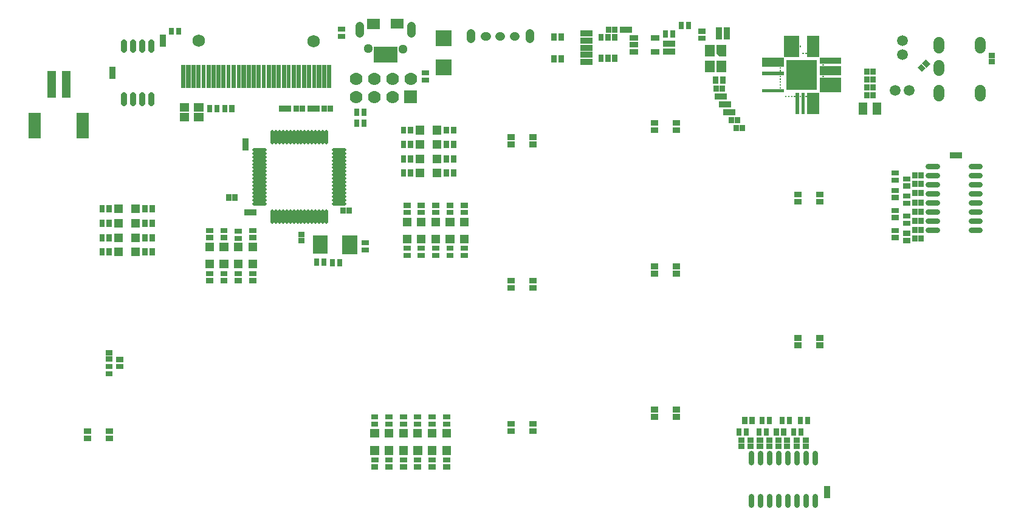
<source format=gbs>
G04 Layer: BottomSolderMaskLayer*
G04 EasyEDA v6.3.30, 2020-03-21T18:53:40+08:00*
G04 c5f63f6c624d440bb2292f988f7b391a,d4aa0ff59f9544bb86dfcbd96f28fb4a,05*
G04 Gerber Generator version 0.2*
G04 Scale: 100 percent, Rotated: No, Reflected: No *
G04 Dimensions in millimeters *
G04 leading zeros omitted , absolute positions ,3 integer and 3 decimal *
%FSLAX33Y33*%
%MOMM*%
G90*
G71D02*

%ADD64C,1.203198*%
%ADD66C,1.503197*%
%ADD67C,1.727200*%
%ADD71C,1.778000*%
%ADD72C,1.295400*%
%ADD73C,0.803199*%
%ADD74C,0.853211*%
%ADD75C,0.483210*%
%ADD78R,1.003198X0.703199*%
%ADD81R,2.103196X2.603195*%
%ADD87R,1.203198X1.203198*%
%ADD91R,0.603199X3.203194*%

%LPD*%
G54D64*
G01X78098Y75600D02*
G01X77899Y75600D01*
G01X76099Y75600D02*
G01X75900Y75600D01*
G01X74100Y75600D02*
G01X73901Y75600D01*
G01X71900Y75200D02*
G01X71900Y76000D01*
G01X80099Y75200D02*
G01X80099Y76000D01*
G01X63640Y76014D02*
G01X63640Y77014D01*
G01X56401Y76014D02*
G01X56401Y77014D01*
G54D73*
G01X141571Y57444D02*
G01X142771Y57444D01*
G01X141571Y56174D02*
G01X142771Y56174D01*
G01X141571Y54904D02*
G01X142771Y54904D01*
G01X141571Y53634D02*
G01X142771Y53634D01*
G01X141571Y52364D02*
G01X142771Y52364D01*
G01X141571Y51094D02*
G01X142771Y51094D01*
G01X141571Y49824D02*
G01X142771Y49824D01*
G01X141571Y48554D02*
G01X142771Y48554D01*
G01X135628Y57444D02*
G01X136828Y57444D01*
G01X135628Y56174D02*
G01X136828Y56174D01*
G01X135628Y54904D02*
G01X136828Y54904D01*
G01X135628Y53634D02*
G01X136828Y53634D01*
G01X135628Y52364D02*
G01X136828Y52364D01*
G01X135628Y51094D02*
G01X136828Y51094D01*
G01X135628Y49824D02*
G01X136828Y49824D01*
G01X135628Y48554D02*
G01X136828Y48554D01*
G01X119817Y11427D02*
G01X119817Y10227D01*
G01X118547Y11427D02*
G01X118547Y10227D01*
G01X117277Y11427D02*
G01X117277Y10227D01*
G01X116007Y11427D02*
G01X116007Y10227D01*
G01X114737Y11427D02*
G01X114737Y10227D01*
G01X113467Y11427D02*
G01X113467Y10227D01*
G01X112197Y11427D02*
G01X112197Y10227D01*
G01X110927Y11427D02*
G01X110927Y10227D01*
G01X119817Y17370D02*
G01X119817Y16170D01*
G01X118547Y17370D02*
G01X118547Y16170D01*
G01X117277Y17370D02*
G01X117277Y16170D01*
G01X116007Y17370D02*
G01X116007Y16170D01*
G01X114737Y17370D02*
G01X114737Y16170D01*
G01X113467Y17370D02*
G01X113467Y16170D01*
G01X112197Y17370D02*
G01X112197Y16170D01*
G01X110927Y17370D02*
G01X110927Y16170D01*
G54D66*
G01X137149Y74000D02*
G01X137149Y74700D01*
G01X142850Y74000D02*
G01X142850Y74700D01*
G01X137149Y70800D02*
G01X137149Y71500D01*
G01X137149Y67300D02*
G01X137149Y68000D01*
G01X142850Y67300D02*
G01X142850Y68000D01*
G54D74*
G01X27404Y67324D02*
G01X27404Y66274D01*
G01X26134Y67324D02*
G01X26134Y66274D01*
G01X24864Y67324D02*
G01X24864Y66274D01*
G01X23594Y67324D02*
G01X23594Y66274D01*
G01X27404Y74724D02*
G01X27404Y73675D01*
G01X26134Y74724D02*
G01X26134Y73675D01*
G01X24864Y74724D02*
G01X24864Y73675D01*
G01X23594Y74724D02*
G01X23594Y73675D01*
G54D75*
G01X54309Y52250D02*
G01X52789Y52250D01*
G01X54309Y52750D02*
G01X52789Y52750D01*
G01X54309Y53250D02*
G01X52789Y53250D01*
G01X54309Y53750D02*
G01X52789Y53750D01*
G01X54309Y54250D02*
G01X52789Y54250D01*
G01X54309Y54750D02*
G01X52789Y54750D01*
G01X54309Y55250D02*
G01X52789Y55250D01*
G01X54309Y55750D02*
G01X52789Y55750D01*
G01X54309Y56250D02*
G01X52789Y56250D01*
G01X54309Y56750D02*
G01X52789Y56750D01*
G01X54309Y57250D02*
G01X52789Y57250D01*
G01X54309Y57750D02*
G01X52789Y57750D01*
G01X54309Y58250D02*
G01X52789Y58250D01*
G01X54309Y58750D02*
G01X52789Y58750D01*
G01X54309Y59250D02*
G01X52789Y59250D01*
G01X54309Y59750D02*
G01X52789Y59750D01*
G01X51750Y60790D02*
G01X51750Y62310D01*
G01X51249Y60790D02*
G01X51249Y62310D01*
G01X50750Y60790D02*
G01X50750Y62310D01*
G01X50249Y60790D02*
G01X50249Y62310D01*
G01X49750Y60790D02*
G01X49750Y62310D01*
G01X49249Y60790D02*
G01X49249Y62310D01*
G01X48750Y60790D02*
G01X48750Y62310D01*
G01X48249Y60790D02*
G01X48249Y62310D01*
G01X47750Y60790D02*
G01X47750Y62310D01*
G01X47249Y60790D02*
G01X47249Y62310D01*
G01X46750Y60790D02*
G01X46750Y62310D01*
G01X46249Y60790D02*
G01X46249Y62310D01*
G01X45750Y60790D02*
G01X45750Y62310D01*
G01X45249Y60790D02*
G01X45249Y62310D01*
G01X44750Y60790D02*
G01X44750Y62310D01*
G01X44250Y60790D02*
G01X44250Y62310D01*
G01X43210Y59750D02*
G01X41690Y59750D01*
G01X43210Y59250D02*
G01X41690Y59250D01*
G01X43210Y58750D02*
G01X41690Y58750D01*
G01X43210Y58250D02*
G01X41690Y58250D01*
G01X43210Y57750D02*
G01X41690Y57750D01*
G01X43210Y57250D02*
G01X41690Y57250D01*
G01X43210Y56750D02*
G01X41690Y56750D01*
G01X43210Y56250D02*
G01X41690Y56250D01*
G01X43210Y55750D02*
G01X41690Y55750D01*
G01X43210Y55250D02*
G01X41690Y55250D01*
G01X43210Y54750D02*
G01X41690Y54750D01*
G01X43210Y54250D02*
G01X41690Y54250D01*
G01X43210Y53750D02*
G01X41690Y53750D01*
G01X43210Y53250D02*
G01X41690Y53250D01*
G01X43210Y52750D02*
G01X41690Y52750D01*
G01X43210Y52250D02*
G01X41690Y52250D01*
G01X44250Y49690D02*
G01X44250Y51210D01*
G01X44750Y49690D02*
G01X44750Y51210D01*
G01X45249Y49690D02*
G01X45249Y51210D01*
G01X45750Y49690D02*
G01X45750Y51210D01*
G01X46249Y49690D02*
G01X46249Y51210D01*
G01X46750Y49690D02*
G01X46750Y51210D01*
G01X47249Y49690D02*
G01X47249Y51210D01*
G01X47750Y49690D02*
G01X47750Y51210D01*
G01X48249Y49690D02*
G01X48249Y51210D01*
G01X48750Y49690D02*
G01X48750Y51210D01*
G01X49249Y49690D02*
G01X49249Y51210D01*
G01X49750Y49690D02*
G01X49750Y51210D01*
G01X50249Y49690D02*
G01X50249Y51210D01*
G01X50750Y49690D02*
G01X50750Y51210D01*
G01X51249Y49690D02*
G01X51249Y51210D01*
G01X51750Y49690D02*
G01X51750Y51210D01*
G54D67*
G01X34000Y75000D03*
G01X50000Y74900D03*
G36*
G01X109321Y62373D02*
G01X109321Y63227D01*
G01X110126Y63227D01*
G01X110126Y62373D01*
G01X109321Y62373D01*
G37*
G36*
G01X108473Y62373D02*
G01X108473Y63227D01*
G01X109278Y63227D01*
G01X109278Y62373D01*
G01X108473Y62373D01*
G37*
G36*
G01X107172Y76023D02*
G01X107172Y76826D01*
G01X108026Y76826D01*
G01X108026Y76023D01*
G01X107172Y76023D01*
G37*
G36*
G01X107172Y75175D02*
G01X107172Y75978D01*
G01X108026Y75978D01*
G01X108026Y75175D01*
G01X107172Y75175D01*
G37*
G36*
G01X108622Y63473D02*
G01X108622Y64327D01*
G01X109425Y64327D01*
G01X109425Y63473D01*
G01X108622Y63473D01*
G37*
G36*
G01X107774Y63473D02*
G01X107774Y64327D01*
G01X108577Y64327D01*
G01X108577Y63473D01*
G01X107774Y63473D01*
G37*
G36*
G01X53398Y75249D02*
G01X53398Y75952D01*
G01X54401Y75952D01*
G01X54401Y75249D01*
G01X53398Y75249D01*
G37*
G36*
G01X53398Y76247D02*
G01X53398Y76950D01*
G01X54401Y76950D01*
G01X54401Y76247D01*
G01X53398Y76247D01*
G37*
G36*
G01X101848Y76597D02*
G01X101848Y77601D01*
G01X102552Y77601D01*
G01X102552Y76597D01*
G01X101848Y76597D01*
G37*
G36*
G01X100848Y76597D02*
G01X100848Y77601D01*
G01X101551Y77601D01*
G01X101551Y76597D01*
G01X100848Y76597D01*
G37*
G36*
G01X29847Y75797D02*
G01X29847Y76800D01*
G01X30551Y76800D01*
G01X30551Y75797D01*
G01X29847Y75797D01*
G37*
G36*
G01X30848Y75797D02*
G01X30848Y76800D01*
G01X31551Y76800D01*
G01X31551Y75797D01*
G01X30848Y75797D01*
G37*
G36*
G01X125900Y64624D02*
G01X125900Y66376D01*
G01X127101Y66376D01*
G01X127101Y64624D01*
G01X125900Y64624D01*
G37*
G36*
G01X127899Y64624D02*
G01X127899Y66376D01*
G01X129103Y66376D01*
G01X129103Y64624D01*
G01X127899Y64624D01*
G37*
G54D81*
G01X50950Y46500D03*
G36*
G01X53997Y45198D02*
G01X53997Y47801D01*
G01X56100Y47801D01*
G01X56100Y45198D01*
G01X53997Y45198D01*
G37*
G54D66*
G01X131000Y68000D03*
G01X133000Y68000D03*
G01X132000Y74999D03*
G01X132000Y72999D03*
G36*
G01X62621Y66242D02*
G01X62621Y68020D01*
G01X64399Y68020D01*
G01X64399Y66242D01*
G01X62621Y66242D01*
G37*
G54D71*
G01X63510Y69669D03*
G01X60970Y67129D03*
G01X60970Y69669D03*
G01X58430Y67129D03*
G01X58430Y69669D03*
G01X55890Y67129D03*
G01X55890Y69669D03*
G36*
G01X60982Y71926D02*
G01X60982Y74131D01*
G01X61635Y74131D01*
G01X61635Y71926D01*
G01X60982Y71926D01*
G37*
G36*
G01X60332Y71926D02*
G01X60332Y74131D01*
G01X60987Y74131D01*
G01X60987Y71926D01*
G01X60332Y71926D01*
G37*
G36*
G01X59682Y71926D02*
G01X59682Y74131D01*
G01X60337Y74131D01*
G01X60337Y71926D01*
G01X59682Y71926D01*
G37*
G36*
G01X59034Y71926D02*
G01X59034Y74131D01*
G01X59687Y74131D01*
G01X59687Y71926D01*
G01X59034Y71926D01*
G37*
G36*
G01X58384Y71926D02*
G01X58384Y74131D01*
G01X59037Y74131D01*
G01X59037Y71926D01*
G01X58384Y71926D01*
G37*
G36*
G01X60713Y76638D02*
G01X60713Y78043D01*
G01X62516Y78043D01*
G01X62516Y76638D01*
G01X60713Y76638D01*
G37*
G36*
G01X57436Y76623D02*
G01X57436Y78025D01*
G01X59240Y78025D01*
G01X59240Y76623D01*
G01X57436Y76623D01*
G37*
G54D72*
G01X57579Y73859D03*
G01X62430Y73839D03*
G36*
G01X91582Y72051D02*
G01X91582Y73054D01*
G01X92295Y73054D01*
G01X92295Y72051D01*
G01X91582Y72051D01*
G37*
G36*
G01X90642Y72051D02*
G01X90642Y73054D01*
G01X91356Y73054D01*
G01X91356Y72051D01*
G01X90642Y72051D01*
G37*
G36*
G01X89702Y72051D02*
G01X89702Y73054D01*
G01X90416Y73054D01*
G01X90416Y72051D01*
G01X89702Y72051D01*
G37*
G36*
G01X89702Y74946D02*
G01X89702Y75950D01*
G01X90416Y75950D01*
G01X90416Y74946D01*
G01X89702Y74946D01*
G37*
G36*
G01X90642Y74946D02*
G01X90642Y75950D01*
G01X91356Y75950D01*
G01X91356Y74946D01*
G01X90642Y74946D01*
G37*
G36*
G01X91582Y74946D02*
G01X91582Y75950D01*
G01X92295Y75950D01*
G01X92295Y74946D01*
G01X91582Y74946D01*
G37*
G36*
G01X87175Y72574D02*
G01X87175Y73425D01*
G01X87977Y73425D01*
G01X87977Y72574D01*
G01X87175Y72574D01*
G37*
G36*
G01X88023Y72574D02*
G01X88023Y73425D01*
G01X88826Y73425D01*
G01X88826Y72574D01*
G01X88023Y72574D01*
G37*
G36*
G01X90675Y76074D02*
G01X90675Y76925D01*
G01X91477Y76925D01*
G01X91477Y76074D01*
G01X90675Y76074D01*
G37*
G36*
G01X91523Y76074D02*
G01X91523Y76925D01*
G01X92326Y76925D01*
G01X92326Y76074D01*
G01X91523Y76074D01*
G37*
G36*
G01X87175Y73572D02*
G01X87175Y74426D01*
G01X87977Y74426D01*
G01X87977Y73572D01*
G01X87175Y73572D01*
G37*
G36*
G01X88023Y73572D02*
G01X88023Y74426D01*
G01X88826Y74426D01*
G01X88826Y73572D01*
G01X88023Y73572D01*
G37*
G36*
G01X127523Y70273D02*
G01X127523Y71126D01*
G01X128325Y71126D01*
G01X128325Y70273D01*
G01X127523Y70273D01*
G37*
G36*
G01X126674Y70273D02*
G01X126674Y71126D01*
G01X127477Y71126D01*
G01X127477Y70273D01*
G01X126674Y70273D01*
G37*
G36*
G01X127523Y69173D02*
G01X127523Y70026D01*
G01X128325Y70026D01*
G01X128325Y69173D01*
G01X127523Y69173D01*
G37*
G36*
G01X126674Y69173D02*
G01X126674Y70026D01*
G01X127477Y70026D01*
G01X127477Y69173D01*
G01X126674Y69173D01*
G37*
G36*
G01X127523Y66973D02*
G01X127523Y67827D01*
G01X128325Y67827D01*
G01X128325Y66973D01*
G01X127523Y66973D01*
G37*
G36*
G01X126674Y66973D02*
G01X126674Y67827D01*
G01X127477Y67827D01*
G01X127477Y66973D01*
G01X126674Y66973D01*
G37*
G36*
G01X127523Y68073D02*
G01X127523Y68926D01*
G01X128325Y68926D01*
G01X128325Y68073D01*
G01X127523Y68073D01*
G37*
G36*
G01X126674Y68073D02*
G01X126674Y68926D01*
G01X127477Y68926D01*
G01X127477Y68073D01*
G01X126674Y68073D01*
G37*
G36*
G01X105674Y67872D02*
G01X105674Y68726D01*
G01X106476Y68726D01*
G01X106476Y67872D01*
G01X105674Y67872D01*
G37*
G36*
G01X106522Y67872D02*
G01X106522Y68726D01*
G01X107325Y68726D01*
G01X107325Y67872D01*
G01X106522Y67872D01*
G37*
G36*
G01X105874Y66773D02*
G01X105874Y67626D01*
G01X106677Y67626D01*
G01X106677Y66773D01*
G01X105874Y66773D01*
G37*
G36*
G01X106723Y66773D02*
G01X106723Y67626D01*
G01X107525Y67626D01*
G01X107525Y66773D01*
G01X106723Y66773D01*
G37*
G36*
G01X107921Y64573D02*
G01X107921Y65426D01*
G01X108724Y65426D01*
G01X108724Y64573D01*
G01X107921Y64573D01*
G37*
G36*
G01X107073Y64573D02*
G01X107073Y65426D01*
G01X107876Y65426D01*
G01X107876Y64573D01*
G01X107073Y64573D01*
G37*
G36*
G01X107322Y65673D02*
G01X107322Y66526D01*
G01X108125Y66526D01*
G01X108125Y65673D01*
G01X107322Y65673D01*
G37*
G36*
G01X106474Y65673D02*
G01X106474Y66526D01*
G01X107276Y66526D01*
G01X107276Y65673D01*
G01X106474Y65673D01*
G37*
G36*
G01X106072Y76023D02*
G01X106072Y76826D01*
G01X106926Y76826D01*
G01X106926Y76023D01*
G01X106072Y76023D01*
G37*
G36*
G01X106072Y75175D02*
G01X106072Y75978D01*
G01X106926Y75978D01*
G01X106926Y75175D01*
G01X106072Y75175D01*
G37*
G36*
G01X144073Y71675D02*
G01X144073Y72477D01*
G01X144927Y72477D01*
G01X144927Y71675D01*
G01X144073Y71675D01*
G37*
G36*
G01X144073Y72523D02*
G01X144073Y73326D01*
G01X144927Y73326D01*
G01X144927Y72523D01*
G01X144073Y72523D01*
G37*
G36*
G01X134716Y70613D02*
G01X134114Y71218D01*
G01X134683Y71784D01*
G01X135285Y71182D01*
G01X134716Y70613D01*
G37*
G36*
G01X135318Y71215D02*
G01X134713Y71817D01*
G01X135282Y72386D01*
G01X135884Y71781D01*
G01X135318Y71215D01*
G37*
G36*
G01X138673Y58573D02*
G01X138673Y59427D01*
G01X139476Y59427D01*
G01X139476Y58573D01*
G01X138673Y58573D01*
G37*
G36*
G01X139522Y58573D02*
G01X139522Y59427D01*
G01X140324Y59427D01*
G01X140324Y58573D01*
G01X139522Y58573D01*
G37*
G36*
G01X134223Y46973D02*
G01X134223Y47827D01*
G01X135026Y47827D01*
G01X135026Y46973D01*
G01X134223Y46973D01*
G37*
G36*
G01X133375Y46973D02*
G01X133375Y47827D01*
G01X134177Y47827D01*
G01X134177Y46973D01*
G01X133375Y46973D01*
G37*
G36*
G01X134223Y49374D02*
G01X134223Y50227D01*
G01X135026Y50227D01*
G01X135026Y49374D01*
G01X134223Y49374D01*
G37*
G36*
G01X133375Y49374D02*
G01X133375Y50227D01*
G01X134177Y50227D01*
G01X134177Y49374D01*
G01X133375Y49374D01*
G37*
G36*
G01X134223Y51972D02*
G01X134223Y52825D01*
G01X135026Y52825D01*
G01X135026Y51972D01*
G01X134223Y51972D01*
G37*
G36*
G01X133375Y51972D02*
G01X133375Y52825D01*
G01X134177Y52825D01*
G01X134177Y51972D01*
G01X133375Y51972D01*
G37*
G36*
G01X121074Y12023D02*
G01X121074Y12825D01*
G01X121927Y12825D01*
G01X121927Y12023D01*
G01X121074Y12023D01*
G37*
G36*
G01X121074Y11174D02*
G01X121074Y11977D01*
G01X121927Y11977D01*
G01X121927Y11174D01*
G01X121074Y11174D01*
G37*
G36*
G01X134223Y54573D02*
G01X134223Y55426D01*
G01X135026Y55426D01*
G01X135026Y54573D01*
G01X134223Y54573D01*
G37*
G36*
G01X133375Y54573D02*
G01X133375Y55426D01*
G01X134177Y55426D01*
G01X134177Y54573D01*
G01X133375Y54573D01*
G37*
G36*
G01X109146Y17972D02*
G01X109146Y18777D01*
G01X109999Y18777D01*
G01X109999Y17972D01*
G01X109146Y17972D01*
G37*
G36*
G01X109146Y18820D02*
G01X109146Y19625D01*
G01X109999Y19625D01*
G01X109999Y18820D01*
G01X109146Y18820D01*
G37*
G36*
G01X111747Y17972D02*
G01X111747Y18777D01*
G01X112600Y18777D01*
G01X112600Y17972D01*
G01X111747Y17972D01*
G37*
G36*
G01X111747Y18820D02*
G01X111747Y19625D01*
G01X112600Y19625D01*
G01X112600Y18820D01*
G01X111747Y18820D01*
G37*
G36*
G01X114345Y17972D02*
G01X114345Y18777D01*
G01X115199Y18777D01*
G01X115199Y17972D01*
G01X114345Y17972D01*
G37*
G36*
G01X114345Y18820D02*
G01X114345Y19625D01*
G01X115199Y19625D01*
G01X115199Y18820D01*
G01X114345Y18820D01*
G37*
G36*
G01X88023Y74573D02*
G01X88023Y75426D01*
G01X88826Y75426D01*
G01X88826Y74573D01*
G01X88023Y74573D01*
G37*
G36*
G01X87175Y74573D02*
G01X87175Y75426D01*
G01X87977Y75426D01*
G01X87977Y74573D01*
G01X87175Y74573D01*
G37*
G36*
G01X88023Y75574D02*
G01X88023Y76427D01*
G01X88826Y76427D01*
G01X88826Y75574D01*
G01X88023Y75574D01*
G37*
G36*
G01X87175Y75574D02*
G01X87175Y76427D01*
G01X87977Y76427D01*
G01X87977Y75574D01*
G01X87175Y75574D01*
G37*
G36*
G01X134223Y55772D02*
G01X134223Y56625D01*
G01X135026Y56625D01*
G01X135026Y55772D01*
G01X134223Y55772D01*
G37*
G36*
G01X133375Y55772D02*
G01X133375Y56625D01*
G01X134177Y56625D01*
G01X134177Y55772D01*
G01X133375Y55772D01*
G37*
G36*
G01X110446Y17972D02*
G01X110446Y18777D01*
G01X111300Y18777D01*
G01X111300Y17972D01*
G01X110446Y17972D01*
G37*
G36*
G01X110446Y18820D02*
G01X110446Y19625D01*
G01X111300Y19625D01*
G01X111300Y18820D01*
G01X110446Y18820D01*
G37*
G36*
G01X113047Y17972D02*
G01X113047Y18777D01*
G01X113898Y18777D01*
G01X113898Y17972D01*
G01X113047Y17972D01*
G37*
G36*
G01X113047Y18820D02*
G01X113047Y19625D01*
G01X113898Y19625D01*
G01X113898Y18820D01*
G01X113047Y18820D01*
G37*
G36*
G01X115547Y17972D02*
G01X115547Y18777D01*
G01X116400Y18777D01*
G01X116400Y17972D01*
G01X115547Y17972D01*
G37*
G36*
G01X115547Y18820D02*
G01X115547Y19625D01*
G01X116400Y19625D01*
G01X116400Y18820D01*
G01X115547Y18820D01*
G37*
G36*
G01X134223Y48172D02*
G01X134223Y49026D01*
G01X135026Y49026D01*
G01X135026Y48172D01*
G01X134223Y48172D01*
G37*
G36*
G01X133375Y48172D02*
G01X133375Y49026D01*
G01X134177Y49026D01*
G01X134177Y48172D01*
G01X133375Y48172D01*
G37*
G36*
G01X134223Y50674D02*
G01X134223Y51525D01*
G01X135026Y51525D01*
G01X135026Y50674D01*
G01X134223Y50674D01*
G37*
G36*
G01X133375Y50674D02*
G01X133375Y51525D01*
G01X134177Y51525D01*
G01X134177Y50674D01*
G01X133375Y50674D01*
G37*
G36*
G01X134223Y53272D02*
G01X134223Y54126D01*
G01X135026Y54126D01*
G01X135026Y53272D01*
G01X134223Y53272D01*
G37*
G36*
G01X133375Y53272D02*
G01X133375Y54126D01*
G01X134177Y54126D01*
G01X134177Y53272D01*
G01X133375Y53272D01*
G37*
G36*
G01X116847Y17972D02*
G01X116847Y18777D01*
G01X117698Y18777D01*
G01X117698Y17972D01*
G01X116847Y17972D01*
G37*
G36*
G01X116847Y18820D02*
G01X116847Y19625D01*
G01X117698Y19625D01*
G01X117698Y18820D01*
G01X116847Y18820D01*
G37*
G36*
G01X118145Y17972D02*
G01X118145Y18777D01*
G01X118998Y18777D01*
G01X118998Y17972D01*
G01X118145Y17972D01*
G37*
G36*
G01X118145Y18820D02*
G01X118145Y19625D01*
G01X118998Y19625D01*
G01X118998Y18820D01*
G01X118145Y18820D01*
G37*
G36*
G01X88023Y71573D02*
G01X88023Y72427D01*
G01X88826Y72427D01*
G01X88826Y71573D01*
G01X88023Y71573D01*
G37*
G36*
G01X87175Y71573D02*
G01X87175Y72427D01*
G01X87977Y72427D01*
G01X87977Y71573D01*
G01X87175Y71573D01*
G37*
G36*
G01X31348Y65099D02*
G01X31348Y66300D01*
G01X32651Y66300D01*
G01X32651Y65099D01*
G01X31348Y65099D01*
G37*
G36*
G01X31348Y63699D02*
G01X31348Y64901D01*
G01X32651Y64901D01*
G01X32651Y63699D01*
G01X31348Y63699D01*
G37*
G36*
G01X51074Y65073D02*
G01X51074Y65927D01*
G01X51876Y65927D01*
G01X51876Y65073D01*
G01X51074Y65073D01*
G37*
G36*
G01X51922Y65073D02*
G01X51922Y65927D01*
G01X52725Y65927D01*
G01X52725Y65073D01*
G01X51922Y65073D01*
G37*
G36*
G01X49174Y65073D02*
G01X49174Y65927D01*
G01X49976Y65927D01*
G01X49976Y65073D01*
G01X49174Y65073D01*
G37*
G36*
G01X50022Y65073D02*
G01X50022Y65927D01*
G01X50825Y65927D01*
G01X50825Y65073D01*
G01X50022Y65073D01*
G37*
G36*
G01X47175Y65073D02*
G01X47175Y65927D01*
G01X47977Y65927D01*
G01X47977Y65073D01*
G01X47175Y65073D01*
G37*
G36*
G01X48023Y65073D02*
G01X48023Y65927D01*
G01X48826Y65927D01*
G01X48826Y65073D01*
G01X48023Y65073D01*
G37*
G36*
G01X45173Y65073D02*
G01X45173Y65927D01*
G01X45976Y65927D01*
G01X45976Y65073D01*
G01X45173Y65073D01*
G37*
G36*
G01X46022Y65073D02*
G01X46022Y65927D01*
G01X46824Y65927D01*
G01X46824Y65073D01*
G01X46022Y65073D01*
G37*
G36*
G01X33347Y63697D02*
G01X33347Y64901D01*
G01X34650Y64901D01*
G01X34650Y63697D01*
G01X33347Y63697D01*
G37*
G36*
G01X33347Y65099D02*
G01X33347Y66300D01*
G01X34650Y66300D01*
G01X34650Y65099D01*
G01X33347Y65099D01*
G37*
G36*
G01X99522Y74174D02*
G01X99522Y75025D01*
G01X100324Y75025D01*
G01X100324Y74174D01*
G01X99522Y74174D01*
G37*
G36*
G01X98673Y74174D02*
G01X98673Y75025D01*
G01X99476Y75025D01*
G01X99476Y74174D01*
G01X98673Y74174D01*
G37*
G36*
G01X93522Y76074D02*
G01X93522Y76925D01*
G01X94325Y76925D01*
G01X94325Y76074D01*
G01X93522Y76074D01*
G37*
G36*
G01X92674Y76074D02*
G01X92674Y76925D01*
G01X93476Y76925D01*
G01X93476Y76074D01*
G01X92674Y76074D01*
G37*
G36*
G01X98673Y73074D02*
G01X98673Y73925D01*
G01X99476Y73925D01*
G01X99476Y73074D01*
G01X98673Y73074D01*
G37*
G36*
G01X99522Y73074D02*
G01X99522Y73925D01*
G01X100324Y73925D01*
G01X100324Y73074D01*
G01X99522Y73074D01*
G37*
G36*
G01X21574Y70522D02*
G01X21574Y71324D01*
G01X22425Y71324D01*
G01X22425Y70522D01*
G01X21574Y70522D01*
G37*
G36*
G01X21574Y69673D02*
G01X21574Y70476D01*
G01X22425Y70476D01*
G01X22425Y69673D01*
G01X21574Y69673D01*
G37*
G36*
G01X28572Y75022D02*
G01X28572Y75825D01*
G01X29425Y75825D01*
G01X29425Y75022D01*
G01X28572Y75022D01*
G37*
G36*
G01X28572Y74174D02*
G01X28572Y74977D01*
G01X29425Y74977D01*
G01X29425Y74174D01*
G01X28572Y74174D01*
G37*
G36*
G01X21074Y30174D02*
G01X21074Y30976D01*
G01X21927Y30976D01*
G01X21927Y30174D01*
G01X21074Y30174D01*
G37*
G36*
G01X21074Y31022D02*
G01X21074Y31825D01*
G01X21927Y31825D01*
G01X21927Y31022D01*
G01X21074Y31022D01*
G37*
G36*
G01X47873Y47522D02*
G01X47873Y48325D01*
G01X48727Y48325D01*
G01X48727Y47522D01*
G01X47873Y47522D01*
G37*
G36*
G01X47873Y46674D02*
G01X47873Y47476D01*
G01X48727Y47476D01*
G01X48727Y46674D01*
G01X47873Y46674D01*
G37*
G36*
G01X41221Y50572D02*
G01X41221Y51426D01*
G01X42026Y51426D01*
G01X42026Y50572D01*
G01X41221Y50572D01*
G37*
G36*
G01X40373Y50572D02*
G01X40373Y51426D01*
G01X41178Y51426D01*
G01X41178Y50572D01*
G01X40373Y50572D01*
G37*
G36*
G01X53675Y50872D02*
G01X53675Y51726D01*
G01X54477Y51726D01*
G01X54477Y50872D01*
G01X53675Y50872D01*
G37*
G36*
G01X54523Y50872D02*
G01X54523Y51726D01*
G01X55326Y51726D01*
G01X55326Y50872D01*
G01X54523Y50872D01*
G37*
G36*
G01X38623Y52673D02*
G01X38623Y53526D01*
G01X39425Y53526D01*
G01X39425Y52673D01*
G01X38623Y52673D01*
G37*
G36*
G01X37774Y52673D02*
G01X37774Y53526D01*
G01X38577Y53526D01*
G01X38577Y52673D01*
G01X37774Y52673D01*
G37*
G36*
G01X40073Y59673D02*
G01X40073Y60476D01*
G01X40926Y60476D01*
G01X40926Y59673D01*
G01X40073Y59673D01*
G37*
G36*
G01X40073Y60522D02*
G01X40073Y61324D01*
G01X40926Y61324D01*
G01X40926Y60522D01*
G01X40073Y60522D01*
G37*
G36*
G01X56649Y64497D02*
G01X56649Y65500D01*
G01X57350Y65500D01*
G01X57350Y64497D01*
G01X56649Y64497D01*
G37*
G36*
G01X55648Y64497D02*
G01X55648Y65500D01*
G01X56352Y65500D01*
G01X56352Y64497D01*
G01X55648Y64497D01*
G37*
G36*
G01X56649Y62998D02*
G01X56649Y64001D01*
G01X57350Y64001D01*
G01X57350Y62998D01*
G01X56649Y62998D01*
G37*
G36*
G01X55648Y62998D02*
G01X55648Y64001D01*
G01X56352Y64001D01*
G01X56352Y62998D01*
G01X55648Y62998D01*
G37*
G36*
G01X96997Y73072D02*
G01X96997Y73826D01*
G01X98201Y73826D01*
G01X98201Y73072D01*
G01X96997Y73072D01*
G37*
G36*
G01X96997Y74972D02*
G01X96997Y75726D01*
G01X98201Y75726D01*
G01X98201Y74972D01*
G01X96997Y74972D01*
G37*
G36*
G01X93997Y74972D02*
G01X93997Y75726D01*
G01X95201Y75726D01*
G01X95201Y74972D01*
G01X93997Y74972D01*
G37*
G36*
G01X93997Y74022D02*
G01X93997Y74776D01*
G01X95201Y74776D01*
G01X95201Y74022D01*
G01X93997Y74022D01*
G37*
G36*
G01X93997Y73072D02*
G01X93997Y73826D01*
G01X95201Y73826D01*
G01X95201Y73072D01*
G01X93997Y73072D01*
G37*
G36*
G01X70398Y49097D02*
G01X70398Y50301D01*
G01X71602Y50301D01*
G01X71602Y49097D01*
G01X70398Y49097D01*
G37*
G36*
G01X70398Y46699D02*
G01X70398Y47900D01*
G01X71602Y47900D01*
G01X71602Y46699D01*
G01X70398Y46699D01*
G37*
G36*
G01X36898Y45599D02*
G01X36898Y46801D01*
G01X38102Y46801D01*
G01X38102Y45599D01*
G01X36898Y45599D01*
G37*
G36*
G01X36898Y43199D02*
G01X36898Y44400D01*
G01X38102Y44400D01*
G01X38102Y43199D01*
G01X36898Y43199D01*
G37*
G36*
G01X40898Y45599D02*
G01X40898Y46801D01*
G01X42100Y46801D01*
G01X42100Y45599D01*
G01X40898Y45599D01*
G37*
G36*
G01X40898Y43199D02*
G01X40898Y44400D01*
G01X42100Y44400D01*
G01X42100Y43199D01*
G01X40898Y43199D01*
G37*
G36*
G01X38897Y45599D02*
G01X38897Y46801D01*
G01X40101Y46801D01*
G01X40101Y45599D01*
G01X38897Y45599D01*
G37*
G36*
G01X38897Y43199D02*
G01X38897Y44400D01*
G01X40101Y44400D01*
G01X40101Y43199D01*
G01X38897Y43199D01*
G37*
G36*
G01X64198Y57898D02*
G01X64198Y59102D01*
G01X65402Y59102D01*
G01X65402Y57898D01*
G01X64198Y57898D01*
G37*
G36*
G01X66598Y57898D02*
G01X66598Y59102D01*
G01X67802Y59102D01*
G01X67802Y57898D01*
G01X66598Y57898D01*
G37*
G36*
G01X64198Y61898D02*
G01X64198Y63102D01*
G01X65402Y63102D01*
G01X65402Y61898D01*
G01X64198Y61898D01*
G37*
G36*
G01X66598Y61898D02*
G01X66598Y63102D01*
G01X67802Y63102D01*
G01X67802Y61898D01*
G01X66598Y61898D01*
G37*
G36*
G01X24597Y44898D02*
G01X24597Y46102D01*
G01X25801Y46102D01*
G01X25801Y44898D01*
G01X24597Y44898D01*
G37*
G36*
G01X22199Y44898D02*
G01X22199Y46102D01*
G01X23400Y46102D01*
G01X23400Y44898D01*
G01X22199Y44898D01*
G37*
G36*
G01X34899Y45599D02*
G01X34899Y46801D01*
G01X36100Y46801D01*
G01X36100Y45599D01*
G01X34899Y45599D01*
G37*
G36*
G01X34899Y43199D02*
G01X34899Y44400D01*
G01X36100Y44400D01*
G01X36100Y43199D01*
G01X34899Y43199D01*
G37*
G36*
G01X68399Y49097D02*
G01X68399Y50301D01*
G01X69600Y50301D01*
G01X69600Y49097D01*
G01X68399Y49097D01*
G37*
G36*
G01X68399Y46699D02*
G01X68399Y47900D01*
G01X69600Y47900D01*
G01X69600Y46699D01*
G01X68399Y46699D01*
G37*
G36*
G01X66398Y49097D02*
G01X66398Y50301D01*
G01X67601Y50301D01*
G01X67601Y49097D01*
G01X66398Y49097D01*
G37*
G36*
G01X66398Y46699D02*
G01X66398Y47900D01*
G01X67601Y47900D01*
G01X67601Y46699D01*
G01X66398Y46699D01*
G37*
G36*
G01X64198Y55899D02*
G01X64198Y57100D01*
G01X65402Y57100D01*
G01X65402Y55899D01*
G01X64198Y55899D01*
G37*
G36*
G01X66598Y55899D02*
G01X66598Y57100D01*
G01X67802Y57100D01*
G01X67802Y55899D01*
G01X66598Y55899D01*
G37*
G36*
G01X64198Y59897D02*
G01X64198Y61101D01*
G01X65402Y61101D01*
G01X65402Y59897D01*
G01X64198Y59897D01*
G37*
G36*
G01X66598Y59897D02*
G01X66598Y61101D01*
G01X67802Y61101D01*
G01X67802Y59897D01*
G01X66598Y59897D01*
G37*
G36*
G01X64399Y49097D02*
G01X64399Y50301D01*
G01X65600Y50301D01*
G01X65600Y49097D01*
G01X64399Y49097D01*
G37*
G36*
G01X64399Y46699D02*
G01X64399Y47900D01*
G01X65600Y47900D01*
G01X65600Y46699D01*
G01X64399Y46699D01*
G37*
G36*
G01X62397Y49097D02*
G01X62397Y50301D01*
G01X63601Y50301D01*
G01X63601Y49097D01*
G01X62397Y49097D01*
G37*
G36*
G01X62397Y46699D02*
G01X62397Y47900D01*
G01X63601Y47900D01*
G01X63601Y46699D01*
G01X62397Y46699D01*
G37*
G36*
G01X24597Y50898D02*
G01X24597Y52102D01*
G01X25801Y52102D01*
G01X25801Y50898D01*
G01X24597Y50898D01*
G37*
G36*
G01X22199Y50898D02*
G01X22199Y52102D01*
G01X23400Y52102D01*
G01X23400Y50898D01*
G01X22199Y50898D01*
G37*
G36*
G01X24597Y48899D02*
G01X24597Y50100D01*
G01X25801Y50100D01*
G01X25801Y48899D01*
G01X24597Y48899D01*
G37*
G36*
G01X22199Y48899D02*
G01X22199Y50100D01*
G01X23400Y50100D01*
G01X23400Y48899D01*
G01X22199Y48899D01*
G37*
G36*
G01X24597Y46897D02*
G01X24597Y48101D01*
G01X25801Y48101D01*
G01X25801Y46897D01*
G01X24597Y46897D01*
G37*
G36*
G01X22199Y46897D02*
G01X22199Y48101D01*
G01X23400Y48101D01*
G01X23400Y46897D01*
G01X22199Y46897D01*
G37*
G36*
G01X61897Y19597D02*
G01X61897Y20801D01*
G01X63101Y20801D01*
G01X63101Y19597D01*
G01X61897Y19597D01*
G37*
G36*
G01X61897Y17197D02*
G01X61897Y18401D01*
G01X63101Y18401D01*
G01X63101Y17197D01*
G01X61897Y17197D01*
G37*
G54D87*
G01X60499Y20200D03*
G36*
G01X59898Y17197D02*
G01X59898Y18401D01*
G01X61102Y18401D01*
G01X61102Y17197D01*
G01X59898Y17197D01*
G37*
G36*
G01X57899Y19597D02*
G01X57899Y20801D01*
G01X59100Y20801D01*
G01X59100Y19597D01*
G01X57899Y19597D01*
G37*
G36*
G01X57899Y17197D02*
G01X57899Y18401D01*
G01X59100Y18401D01*
G01X59100Y17197D01*
G01X57899Y17197D01*
G37*
G36*
G01X67899Y19597D02*
G01X67899Y20801D01*
G01X69100Y20801D01*
G01X69100Y19597D01*
G01X67899Y19597D01*
G37*
G36*
G01X67899Y17197D02*
G01X67899Y18401D01*
G01X69100Y18401D01*
G01X69100Y17197D01*
G01X67899Y17197D01*
G37*
G36*
G01X65897Y19597D02*
G01X65897Y20801D01*
G01X67101Y20801D01*
G01X67101Y19597D01*
G01X65897Y19597D01*
G37*
G36*
G01X65897Y17197D02*
G01X65897Y18401D01*
G01X67101Y18401D01*
G01X67101Y17197D01*
G01X65897Y17197D01*
G37*
G01X64500Y20200D03*
G36*
G01X63898Y17197D02*
G01X63898Y18401D01*
G01X65102Y18401D01*
G01X65102Y17197D01*
G01X63898Y17197D01*
G37*
G36*
G01X103598Y75947D02*
G01X103598Y76651D01*
G01X104602Y76651D01*
G01X104602Y75947D01*
G01X103598Y75947D01*
G37*
G36*
G01X103598Y74949D02*
G01X103598Y75650D01*
G01X104602Y75650D01*
G01X104602Y74949D01*
G01X103598Y74949D01*
G37*
G36*
G01X106649Y68998D02*
G01X106649Y70001D01*
G01X107350Y70001D01*
G01X107350Y68998D01*
G01X106649Y68998D01*
G37*
G36*
G01X105648Y68998D02*
G01X105648Y70001D01*
G01X106352Y70001D01*
G01X106352Y68998D01*
G01X105648Y68998D01*
G37*
G36*
G01X50048Y43598D02*
G01X50048Y44601D01*
G01X50751Y44601D01*
G01X50751Y43598D01*
G01X50048Y43598D01*
G37*
G36*
G01X51048Y43598D02*
G01X51048Y44601D01*
G01X51752Y44601D01*
G01X51752Y43598D01*
G01X51048Y43598D01*
G37*
G36*
G01X56697Y46447D02*
G01X56697Y47151D01*
G01X57701Y47151D01*
G01X57701Y46447D01*
G01X56697Y46447D01*
G37*
G36*
G01X56697Y45447D02*
G01X56697Y46150D01*
G01X57701Y46150D01*
G01X57701Y45447D01*
G01X56697Y45447D01*
G37*
G36*
G01X66997Y74255D02*
G01X66997Y76458D01*
G01X69202Y76458D01*
G01X69202Y74255D01*
G01X66997Y74255D01*
G37*
G36*
G01X66997Y70141D02*
G01X66997Y72343D01*
G01X69202Y72343D01*
G01X69202Y70141D01*
G01X66997Y70141D01*
G37*
G36*
G01X70497Y50649D02*
G01X70497Y51352D01*
G01X71500Y51352D01*
G01X71500Y50649D01*
G01X70497Y50649D01*
G37*
G36*
G01X70497Y51647D02*
G01X70497Y52350D01*
G01X71500Y52350D01*
G01X71500Y51647D01*
G01X70497Y51647D01*
G37*
G36*
G01X36997Y47149D02*
G01X36997Y47852D01*
G01X38000Y47852D01*
G01X38000Y47149D01*
G01X36997Y47149D01*
G37*
G36*
G01X36997Y48147D02*
G01X36997Y48850D01*
G01X38000Y48850D01*
G01X38000Y48147D01*
G01X36997Y48147D01*
G37*
G36*
G01X40998Y47149D02*
G01X40998Y47852D01*
G01X42001Y47852D01*
G01X42001Y47149D01*
G01X40998Y47149D01*
G37*
G36*
G01X40998Y48147D02*
G01X40998Y48850D01*
G01X42001Y48850D01*
G01X42001Y48147D01*
G01X40998Y48147D01*
G37*
G36*
G01X38999Y47047D02*
G01X38999Y47750D01*
G01X40002Y47750D01*
G01X40002Y47047D01*
G01X38999Y47047D01*
G37*
G36*
G01X38999Y48048D02*
G01X38999Y48751D01*
G01X40002Y48751D01*
G01X40002Y48048D01*
G01X38999Y48048D01*
G37*
G36*
G01X34998Y47149D02*
G01X34998Y47852D01*
G01X36001Y47852D01*
G01X36001Y47149D01*
G01X34998Y47149D01*
G37*
G36*
G01X34998Y48147D02*
G01X34998Y48850D01*
G01X36001Y48850D01*
G01X36001Y48147D01*
G01X34998Y48147D01*
G37*
G36*
G01X26149Y44997D02*
G01X26149Y46000D01*
G01X26852Y46000D01*
G01X26852Y44997D01*
G01X26149Y44997D01*
G37*
G36*
G01X27147Y44997D02*
G01X27147Y46000D01*
G01X27850Y46000D01*
G01X27850Y44997D01*
G01X27147Y44997D01*
G37*
G36*
G01X63149Y57997D02*
G01X63149Y59000D01*
G01X63850Y59000D01*
G01X63850Y57997D01*
G01X63149Y57997D01*
G37*
G36*
G01X62148Y57997D02*
G01X62148Y59000D01*
G01X62852Y59000D01*
G01X62852Y57997D01*
G01X62148Y57997D01*
G37*
G36*
G01X63149Y61997D02*
G01X63149Y63001D01*
G01X63850Y63001D01*
G01X63850Y61997D01*
G01X63149Y61997D01*
G37*
G36*
G01X62148Y61997D02*
G01X62148Y63001D01*
G01X62852Y63001D01*
G01X62852Y61997D01*
G01X62148Y61997D01*
G37*
G36*
G01X63149Y59998D02*
G01X63149Y61002D01*
G01X63850Y61002D01*
G01X63850Y59998D01*
G01X63149Y59998D01*
G37*
G36*
G01X62148Y59998D02*
G01X62148Y61002D01*
G01X62852Y61002D01*
G01X62852Y59998D01*
G01X62148Y59998D01*
G37*
G36*
G01X63149Y55998D02*
G01X63149Y57001D01*
G01X63850Y57001D01*
G01X63850Y55998D01*
G01X63149Y55998D01*
G37*
G36*
G01X62148Y55998D02*
G01X62148Y57001D01*
G01X62852Y57001D01*
G01X62852Y55998D01*
G01X62148Y55998D01*
G37*
G36*
G01X68498Y50649D02*
G01X68498Y51352D01*
G01X69501Y51352D01*
G01X69501Y50649D01*
G01X68498Y50649D01*
G37*
G36*
G01X68498Y51647D02*
G01X68498Y52350D01*
G01X69501Y52350D01*
G01X69501Y51647D01*
G01X68498Y51647D01*
G37*
G36*
G01X66497Y50649D02*
G01X66497Y51352D01*
G01X67500Y51352D01*
G01X67500Y50649D01*
G01X66497Y50649D01*
G37*
G36*
G01X66497Y51647D02*
G01X66497Y52350D01*
G01X67500Y52350D01*
G01X67500Y51647D01*
G01X66497Y51647D01*
G37*
G36*
G01X62499Y50649D02*
G01X62499Y51352D01*
G01X63502Y51352D01*
G01X63502Y50649D01*
G01X62499Y50649D01*
G37*
G36*
G01X62499Y51647D02*
G01X62499Y52350D01*
G01X63502Y52350D01*
G01X63502Y51647D01*
G01X62499Y51647D01*
G37*
G36*
G01X64498Y50649D02*
G01X64498Y51352D01*
G01X65501Y51352D01*
G01X65501Y50649D01*
G01X64498Y50649D01*
G37*
G36*
G01X64498Y51647D02*
G01X64498Y52350D01*
G01X65501Y52350D01*
G01X65501Y51647D01*
G01X64498Y51647D01*
G37*
G36*
G01X26149Y50999D02*
G01X26149Y52000D01*
G01X26852Y52000D01*
G01X26852Y50999D01*
G01X26149Y50999D01*
G37*
G36*
G01X27147Y50999D02*
G01X27147Y52000D01*
G01X27850Y52000D01*
G01X27850Y50999D01*
G01X27147Y50999D01*
G37*
G36*
G01X26149Y48998D02*
G01X26149Y50001D01*
G01X26852Y50001D01*
G01X26852Y48998D01*
G01X26149Y48998D01*
G37*
G36*
G01X27147Y48998D02*
G01X27147Y50001D01*
G01X27850Y50001D01*
G01X27850Y48998D01*
G01X27147Y48998D01*
G37*
G36*
G01X26149Y46999D02*
G01X26149Y48002D01*
G01X26852Y48002D01*
G01X26852Y46999D01*
G01X26149Y46999D01*
G37*
G36*
G01X27147Y46999D02*
G01X27147Y48002D01*
G01X27850Y48002D01*
G01X27850Y46999D01*
G01X27147Y46999D01*
G37*
G36*
G01X61998Y21149D02*
G01X61998Y21850D01*
G01X63002Y21850D01*
G01X63002Y21149D01*
G01X61998Y21149D01*
G37*
G36*
G01X61998Y22147D02*
G01X61998Y22851D01*
G01X63002Y22851D01*
G01X63002Y22147D01*
G01X61998Y22147D01*
G37*
G36*
G01X59997Y21149D02*
G01X59997Y21850D01*
G01X61000Y21850D01*
G01X61000Y21149D01*
G01X59997Y21149D01*
G37*
G36*
G01X59997Y22147D02*
G01X59997Y22851D01*
G01X61000Y22851D01*
G01X61000Y22147D01*
G01X59997Y22147D01*
G37*
G36*
G01X57998Y21149D02*
G01X57998Y21850D01*
G01X59001Y21850D01*
G01X59001Y21149D01*
G01X57998Y21149D01*
G37*
G36*
G01X57998Y22147D02*
G01X57998Y22851D01*
G01X59001Y22851D01*
G01X59001Y22147D01*
G01X57998Y22147D01*
G37*
G36*
G01X67998Y21149D02*
G01X67998Y21850D01*
G01X69001Y21850D01*
G01X69001Y21149D01*
G01X67998Y21149D01*
G37*
G36*
G01X67998Y22147D02*
G01X67998Y22851D01*
G01X69001Y22851D01*
G01X69001Y22147D01*
G01X67998Y22147D01*
G37*
G36*
G01X65999Y21149D02*
G01X65999Y21850D01*
G01X67002Y21850D01*
G01X67002Y21149D01*
G01X65999Y21149D01*
G37*
G36*
G01X65999Y22147D02*
G01X65999Y22851D01*
G01X67002Y22851D01*
G01X67002Y22147D01*
G01X65999Y22147D01*
G37*
G36*
G01X63997Y21149D02*
G01X63997Y21850D01*
G01X65001Y21850D01*
G01X65001Y21149D01*
G01X63997Y21149D01*
G37*
G36*
G01X63997Y22147D02*
G01X63997Y22851D01*
G01X65001Y22851D01*
G01X65001Y22147D01*
G01X63997Y22147D01*
G37*
G36*
G01X65097Y69147D02*
G01X65097Y69851D01*
G01X66100Y69851D01*
G01X66100Y69147D01*
G01X65097Y69147D01*
G37*
G36*
G01X65097Y70148D02*
G01X65097Y70852D01*
G01X66100Y70852D01*
G01X66100Y70148D01*
G01X65097Y70148D01*
G37*
G36*
G01X14899Y67021D02*
G01X14899Y70725D01*
G01X16100Y70725D01*
G01X16100Y67021D01*
G01X14899Y67021D01*
G37*
G36*
G01X12898Y67021D02*
G01X12898Y70725D01*
G01X14101Y70725D01*
G01X14101Y67021D01*
G01X12898Y67021D01*
G37*
G36*
G01X16997Y61322D02*
G01X16997Y64926D01*
G01X18701Y64926D01*
G01X18701Y61322D01*
G01X16997Y61322D01*
G37*
G36*
G01X10299Y61322D02*
G01X10299Y64926D01*
G01X12003Y64926D01*
G01X12003Y61322D01*
G01X10299Y61322D01*
G37*
G36*
G01X53248Y43499D02*
G01X53248Y44502D01*
G01X53952Y44502D01*
G01X53952Y43499D01*
G01X53248Y43499D01*
G37*
G36*
G01X52247Y43499D02*
G01X52247Y44502D01*
G01X52951Y44502D01*
G01X52951Y43499D01*
G01X52247Y43499D01*
G37*
G36*
G01X99649Y75398D02*
G01X99649Y76402D01*
G01X100352Y76402D01*
G01X100352Y75398D01*
G01X99649Y75398D01*
G37*
G36*
G01X98648Y75398D02*
G01X98648Y76402D01*
G01X99351Y76402D01*
G01X99351Y75398D01*
G01X98648Y75398D01*
G37*
G36*
G01X132097Y47748D02*
G01X132097Y48452D01*
G01X133100Y48452D01*
G01X133100Y47748D01*
G01X132097Y47748D01*
G37*
G36*
G01X132097Y46747D02*
G01X132097Y47451D01*
G01X133100Y47451D01*
G01X133100Y46747D01*
G01X132097Y46747D01*
G37*
G36*
G01X130497Y47149D02*
G01X130497Y47852D01*
G01X131500Y47852D01*
G01X131500Y47149D01*
G01X130497Y47149D01*
G37*
G36*
G01X130497Y48147D02*
G01X130497Y48850D01*
G01X131500Y48850D01*
G01X131500Y48147D01*
G01X130497Y48147D01*
G37*
G36*
G01X132097Y50148D02*
G01X132097Y50852D01*
G01X133100Y50852D01*
G01X133100Y50148D01*
G01X132097Y50148D01*
G37*
G36*
G01X132097Y49147D02*
G01X132097Y49851D01*
G01X133100Y49851D01*
G01X133100Y49147D01*
G01X132097Y49147D01*
G37*
G36*
G01X130497Y49948D02*
G01X130497Y50651D01*
G01X131500Y50651D01*
G01X131500Y49948D01*
G01X130497Y49948D01*
G37*
G36*
G01X130497Y50948D02*
G01X130497Y51652D01*
G01X131500Y51652D01*
G01X131500Y50948D01*
G01X130497Y50948D01*
G37*
G36*
G01X132097Y52947D02*
G01X132097Y53651D01*
G01X133100Y53651D01*
G01X133100Y52947D01*
G01X132097Y52947D01*
G37*
G36*
G01X132097Y51947D02*
G01X132097Y52650D01*
G01X133100Y52650D01*
G01X133100Y51947D01*
G01X132097Y51947D01*
G37*
G36*
G01X130497Y52749D02*
G01X130497Y53450D01*
G01X131500Y53450D01*
G01X131500Y52749D01*
G01X130497Y52749D01*
G37*
G36*
G01X130497Y53747D02*
G01X130497Y54451D01*
G01X131500Y54451D01*
G01X131500Y53747D01*
G01X130497Y53747D01*
G37*
G36*
G01X132097Y55348D02*
G01X132097Y56051D01*
G01X133100Y56051D01*
G01X133100Y55348D01*
G01X132097Y55348D01*
G37*
G36*
G01X132097Y54347D02*
G01X132097Y55050D01*
G01X133100Y55050D01*
G01X133100Y54347D01*
G01X132097Y54347D01*
G37*
G36*
G01X130497Y55147D02*
G01X130497Y55851D01*
G01X131500Y55851D01*
G01X131500Y55147D01*
G01X130497Y55147D01*
G37*
G36*
G01X130497Y56148D02*
G01X130497Y56851D01*
G01X131500Y56851D01*
G01X131500Y56148D01*
G01X130497Y56148D01*
G37*
G36*
G01X109920Y19897D02*
G01X109920Y20900D01*
G01X110624Y20900D01*
G01X110624Y19897D01*
G01X109920Y19897D01*
G37*
G36*
G01X108920Y19897D02*
G01X108920Y20900D01*
G01X109623Y20900D01*
G01X109623Y19897D01*
G01X108920Y19897D01*
G37*
G36*
G01X109720Y21497D02*
G01X109720Y22500D01*
G01X110423Y22500D01*
G01X110423Y21497D01*
G01X109720Y21497D01*
G37*
G36*
G01X110721Y21497D02*
G01X110721Y22500D01*
G01X111424Y22500D01*
G01X111424Y21497D01*
G01X110721Y21497D01*
G37*
G36*
G01X112720Y19897D02*
G01X112720Y20900D01*
G01X113423Y20900D01*
G01X113423Y19897D01*
G01X112720Y19897D01*
G37*
G36*
G01X111721Y19897D02*
G01X111721Y20900D01*
G01X112425Y20900D01*
G01X112425Y19897D01*
G01X111721Y19897D01*
G37*
G36*
G01X112120Y21497D02*
G01X112120Y22500D01*
G01X112824Y22500D01*
G01X112824Y21497D01*
G01X112120Y21497D01*
G37*
G36*
G01X113121Y21497D02*
G01X113121Y22500D01*
G01X113824Y22500D01*
G01X113824Y21497D01*
G01X113121Y21497D01*
G37*
G36*
G01X115120Y19897D02*
G01X115120Y20900D01*
G01X115823Y20900D01*
G01X115823Y19897D01*
G01X115120Y19897D01*
G37*
G36*
G01X114122Y19897D02*
G01X114122Y20900D01*
G01X114825Y20900D01*
G01X114825Y19897D01*
G01X114122Y19897D01*
G37*
G36*
G01X114922Y21497D02*
G01X114922Y22500D01*
G01X115625Y22500D01*
G01X115625Y21497D01*
G01X114922Y21497D01*
G37*
G36*
G01X115920Y21497D02*
G01X115920Y22500D01*
G01X116623Y22500D01*
G01X116623Y21497D01*
G01X115920Y21497D01*
G37*
G36*
G01X117520Y19897D02*
G01X117520Y20900D01*
G01X118224Y20900D01*
G01X118224Y19897D01*
G01X117520Y19897D01*
G37*
G36*
G01X116522Y19897D02*
G01X116522Y20900D01*
G01X117223Y20900D01*
G01X117223Y19897D01*
G01X116522Y19897D01*
G37*
G36*
G01X117449Y21497D02*
G01X117449Y22500D01*
G01X118150Y22500D01*
G01X118150Y21497D01*
G01X117449Y21497D01*
G37*
G36*
G01X118447Y21497D02*
G01X118447Y22500D01*
G01X119151Y22500D01*
G01X119151Y21497D01*
G01X118447Y21497D01*
G37*
G36*
G01X70497Y45647D02*
G01X70497Y46351D01*
G01X71500Y46351D01*
G01X71500Y45647D01*
G01X70497Y45647D01*
G37*
G36*
G01X70497Y44649D02*
G01X70497Y45350D01*
G01X71500Y45350D01*
G01X71500Y44649D01*
G01X70497Y44649D01*
G37*
G36*
G01X36997Y42147D02*
G01X36997Y42851D01*
G01X38000Y42851D01*
G01X38000Y42147D01*
G01X36997Y42147D01*
G37*
G36*
G01X36997Y41149D02*
G01X36997Y41850D01*
G01X38000Y41850D01*
G01X38000Y41149D01*
G01X36997Y41149D01*
G37*
G36*
G01X40998Y42147D02*
G01X40998Y42851D01*
G01X42001Y42851D01*
G01X42001Y42147D01*
G01X40998Y42147D01*
G37*
G36*
G01X40998Y41149D02*
G01X40998Y41850D01*
G01X42001Y41850D01*
G01X42001Y41149D01*
G01X40998Y41149D01*
G37*
G36*
G01X38999Y42147D02*
G01X38999Y42851D01*
G01X40002Y42851D01*
G01X40002Y42147D01*
G01X38999Y42147D01*
G37*
G36*
G01X38999Y41149D02*
G01X38999Y41850D01*
G01X40002Y41850D01*
G01X40002Y41149D01*
G01X38999Y41149D01*
G37*
G36*
G01X34998Y42147D02*
G01X34998Y42851D01*
G01X36001Y42851D01*
G01X36001Y42147D01*
G01X34998Y42147D01*
G37*
G36*
G01X34998Y41149D02*
G01X34998Y41850D01*
G01X36001Y41850D01*
G01X36001Y41149D01*
G01X34998Y41149D01*
G37*
G36*
G01X21147Y44997D02*
G01X21147Y46000D01*
G01X21851Y46000D01*
G01X21851Y44997D01*
G01X21147Y44997D01*
G37*
G36*
G01X20147Y44997D02*
G01X20147Y46000D01*
G01X20850Y46000D01*
G01X20850Y44997D01*
G01X20147Y44997D01*
G37*
G36*
G01X68148Y57997D02*
G01X68148Y59000D01*
G01X68851Y59000D01*
G01X68851Y57997D01*
G01X68148Y57997D01*
G37*
G36*
G01X69148Y57997D02*
G01X69148Y59000D01*
G01X69852Y59000D01*
G01X69852Y57997D01*
G01X69148Y57997D01*
G37*
G36*
G01X68148Y55998D02*
G01X68148Y57001D01*
G01X68851Y57001D01*
G01X68851Y55998D01*
G01X68148Y55998D01*
G37*
G36*
G01X69148Y55998D02*
G01X69148Y57001D01*
G01X69852Y57001D01*
G01X69852Y55998D01*
G01X69148Y55998D01*
G37*
G36*
G01X68148Y59998D02*
G01X68148Y61002D01*
G01X68851Y61002D01*
G01X68851Y59998D01*
G01X68148Y59998D01*
G37*
G36*
G01X69148Y59998D02*
G01X69148Y61002D01*
G01X69852Y61002D01*
G01X69852Y59998D01*
G01X69148Y59998D01*
G37*
G36*
G01X68148Y61997D02*
G01X68148Y63001D01*
G01X68851Y63001D01*
G01X68851Y61997D01*
G01X68148Y61997D01*
G37*
G36*
G01X69148Y61997D02*
G01X69148Y63001D01*
G01X69852Y63001D01*
G01X69852Y61997D01*
G01X69148Y61997D01*
G37*
G36*
G01X62499Y45647D02*
G01X62499Y46351D01*
G01X63502Y46351D01*
G01X63502Y45647D01*
G01X62499Y45647D01*
G37*
G36*
G01X62499Y44649D02*
G01X62499Y45350D01*
G01X63502Y45350D01*
G01X63502Y44649D01*
G01X62499Y44649D01*
G37*
G36*
G01X66499Y45647D02*
G01X66499Y46351D01*
G01X67500Y46351D01*
G01X67500Y45647D01*
G01X66499Y45647D01*
G37*
G36*
G01X66499Y44649D02*
G01X66499Y45350D01*
G01X67500Y45350D01*
G01X67500Y44649D01*
G01X66499Y44649D01*
G37*
G36*
G01X68498Y45647D02*
G01X68498Y46351D01*
G01X69501Y46351D01*
G01X69501Y45647D01*
G01X68498Y45647D01*
G37*
G36*
G01X68498Y44649D02*
G01X68498Y45350D01*
G01X69501Y45350D01*
G01X69501Y44649D01*
G01X68498Y44649D01*
G37*
G36*
G01X64498Y45647D02*
G01X64498Y46351D01*
G01X65501Y46351D01*
G01X65501Y45647D01*
G01X64498Y45647D01*
G37*
G36*
G01X64498Y44649D02*
G01X64498Y45350D01*
G01X65501Y45350D01*
G01X65501Y44649D01*
G01X64498Y44649D01*
G37*
G36*
G01X20147Y50999D02*
G01X20147Y52000D01*
G01X20850Y52000D01*
G01X20850Y50999D01*
G01X20147Y50999D01*
G37*
G36*
G01X21147Y50999D02*
G01X21147Y52000D01*
G01X21851Y52000D01*
G01X21851Y50999D01*
G01X21147Y50999D01*
G37*
G36*
G01X20147Y48998D02*
G01X20147Y50001D01*
G01X20850Y50001D01*
G01X20850Y48998D01*
G01X20147Y48998D01*
G37*
G36*
G01X21147Y48998D02*
G01X21147Y50001D01*
G01X21851Y50001D01*
G01X21851Y48998D01*
G01X21147Y48998D01*
G37*
G36*
G01X20147Y46999D02*
G01X20147Y48002D01*
G01X20850Y48002D01*
G01X20850Y46999D01*
G01X20147Y46999D01*
G37*
G36*
G01X21147Y46999D02*
G01X21147Y48002D01*
G01X21851Y48002D01*
G01X21851Y46999D01*
G01X21147Y46999D01*
G37*
G36*
G01X61998Y15147D02*
G01X61998Y15851D01*
G01X63002Y15851D01*
G01X63002Y15147D01*
G01X61998Y15147D01*
G37*
G36*
G01X61998Y16148D02*
G01X61998Y16851D01*
G01X63002Y16851D01*
G01X63002Y16148D01*
G01X61998Y16148D01*
G37*
G36*
G01X59997Y15147D02*
G01X59997Y15851D01*
G01X61000Y15851D01*
G01X61000Y15147D01*
G01X59997Y15147D01*
G37*
G36*
G01X59997Y16148D02*
G01X59997Y16851D01*
G01X61000Y16851D01*
G01X61000Y16148D01*
G01X59997Y16148D01*
G37*
G36*
G01X57998Y15147D02*
G01X57998Y15851D01*
G01X59001Y15851D01*
G01X59001Y15147D01*
G01X57998Y15147D01*
G37*
G54D78*
G01X58499Y16500D03*
G36*
G01X67998Y15147D02*
G01X67998Y15851D01*
G01X69001Y15851D01*
G01X69001Y15147D01*
G01X67998Y15147D01*
G37*
G36*
G01X67998Y16148D02*
G01X67998Y16851D01*
G01X69001Y16851D01*
G01X69001Y16148D01*
G01X67998Y16148D01*
G37*
G36*
G01X65999Y15147D02*
G01X65999Y15851D01*
G01X67002Y15851D01*
G01X67002Y15147D01*
G01X65999Y15147D01*
G37*
G36*
G01X65999Y16148D02*
G01X65999Y16851D01*
G01X67002Y16851D01*
G01X67002Y16148D01*
G01X65999Y16148D01*
G37*
G36*
G01X63997Y15147D02*
G01X63997Y15851D01*
G01X65001Y15851D01*
G01X65001Y15147D01*
G01X63997Y15147D01*
G37*
G36*
G01X63997Y16148D02*
G01X63997Y16851D01*
G01X65001Y16851D01*
G01X65001Y16148D01*
G01X63997Y16148D01*
G37*
G36*
G01X31549Y68398D02*
G01X31549Y71601D01*
G01X32151Y71601D01*
G01X32151Y68398D01*
G01X31549Y68398D01*
G37*
G36*
G01X32247Y68398D02*
G01X32247Y71601D01*
G01X32852Y71601D01*
G01X32852Y68398D01*
G01X32247Y68398D01*
G37*
G36*
G01X32948Y68398D02*
G01X32948Y71601D01*
G01X33550Y71601D01*
G01X33550Y68398D01*
G01X32948Y68398D01*
G37*
G36*
G01X33647Y68398D02*
G01X33647Y71601D01*
G01X34251Y71601D01*
G01X34251Y68398D01*
G01X33647Y68398D01*
G37*
G54D91*
G01X34649Y69999D03*
G36*
G01X35049Y68398D02*
G01X35049Y71601D01*
G01X35651Y71601D01*
G01X35651Y68398D01*
G01X35049Y68398D01*
G37*
G36*
G01X35747Y68398D02*
G01X35747Y71601D01*
G01X36352Y71601D01*
G01X36352Y68398D01*
G01X35747Y68398D01*
G37*
G36*
G01X36448Y68398D02*
G01X36448Y71601D01*
G01X37050Y71601D01*
G01X37050Y68398D01*
G01X36448Y68398D01*
G37*
G36*
G01X37147Y68398D02*
G01X37147Y71601D01*
G01X37751Y71601D01*
G01X37751Y68398D01*
G01X37147Y68398D01*
G37*
G01X38149Y69999D03*
G36*
G01X38549Y68398D02*
G01X38549Y71601D01*
G01X39151Y71601D01*
G01X39151Y68398D01*
G01X38549Y68398D01*
G37*
G01X39549Y69999D03*
G36*
G01X39949Y68398D02*
G01X39949Y71601D01*
G01X40550Y71601D01*
G01X40550Y68398D01*
G01X39949Y68398D01*
G37*
G36*
G01X40647Y68398D02*
G01X40647Y71601D01*
G01X41252Y71601D01*
G01X41252Y68398D01*
G01X40647Y68398D01*
G37*
G36*
G01X41348Y68398D02*
G01X41348Y71601D01*
G01X41950Y71601D01*
G01X41950Y68398D01*
G01X41348Y68398D01*
G37*
G36*
G01X42047Y68398D02*
G01X42047Y71601D01*
G01X42651Y71601D01*
G01X42651Y68398D01*
G01X42047Y68398D01*
G37*
G01X43049Y69999D03*
G36*
G01X43449Y68398D02*
G01X43449Y71601D01*
G01X44051Y71601D01*
G01X44051Y68398D01*
G01X43449Y68398D01*
G37*
G36*
G01X44147Y68398D02*
G01X44147Y71601D01*
G01X44752Y71601D01*
G01X44752Y68398D01*
G01X44147Y68398D01*
G37*
G36*
G01X44848Y68398D02*
G01X44848Y71601D01*
G01X45450Y71601D01*
G01X45450Y68398D01*
G01X44848Y68398D01*
G37*
G36*
G01X45547Y68398D02*
G01X45547Y71601D01*
G01X46151Y71601D01*
G01X46151Y68398D01*
G01X45547Y68398D01*
G37*
G01X46549Y69999D03*
G36*
G01X46949Y68398D02*
G01X46949Y71601D01*
G01X47551Y71601D01*
G01X47551Y68398D01*
G01X46949Y68398D01*
G37*
G36*
G01X47647Y68398D02*
G01X47647Y71601D01*
G01X48252Y71601D01*
G01X48252Y68398D01*
G01X47647Y68398D01*
G37*
G36*
G01X48348Y68398D02*
G01X48348Y71601D01*
G01X48950Y71601D01*
G01X48950Y68398D01*
G01X48348Y68398D01*
G37*
G36*
G01X49047Y68398D02*
G01X49047Y71601D01*
G01X49651Y71601D01*
G01X49651Y68398D01*
G01X49047Y68398D01*
G37*
G01X50049Y69999D03*
G36*
G01X50449Y68398D02*
G01X50449Y71601D01*
G01X51051Y71601D01*
G01X51051Y68398D01*
G01X50449Y68398D01*
G37*
G36*
G01X51147Y68398D02*
G01X51147Y71601D01*
G01X51752Y71601D01*
G01X51752Y68398D01*
G01X51147Y68398D01*
G37*
G36*
G01X51848Y68398D02*
G01X51848Y71601D01*
G01X52450Y71601D01*
G01X52450Y68398D01*
G01X51848Y68398D01*
G37*
G36*
G01X22499Y30148D02*
G01X22499Y30852D01*
G01X23502Y30852D01*
G01X23502Y30148D01*
G01X22499Y30148D01*
G37*
G36*
G01X22499Y29148D02*
G01X22499Y29851D01*
G01X23502Y29851D01*
G01X23502Y29148D01*
G01X22499Y29148D01*
G37*
G36*
G01X35148Y64997D02*
G01X35148Y66000D01*
G01X35851Y66000D01*
G01X35851Y64997D01*
G01X35148Y64997D01*
G37*
G36*
G01X36149Y64997D02*
G01X36149Y66000D01*
G01X36852Y66000D01*
G01X36852Y64997D01*
G01X36149Y64997D01*
G37*
G36*
G01X37248Y64997D02*
G01X37248Y66000D01*
G01X37952Y66000D01*
G01X37952Y64997D01*
G01X37248Y64997D01*
G37*
G36*
G01X38247Y64997D02*
G01X38247Y66000D01*
G01X38950Y66000D01*
G01X38950Y64997D01*
G01X38247Y64997D01*
G37*
G36*
G01X20998Y29148D02*
G01X20998Y29851D01*
G01X22001Y29851D01*
G01X22001Y29148D01*
G01X20998Y29148D01*
G37*
G36*
G01X20998Y28147D02*
G01X20998Y28850D01*
G01X22001Y28850D01*
G01X22001Y28147D01*
G01X20998Y28147D01*
G37*
G36*
G01X115897Y68098D02*
G01X115897Y72302D01*
G01X120101Y72302D01*
G01X120101Y68098D01*
G01X115897Y68098D01*
G37*
G36*
G01X120494Y72180D02*
G01X120494Y72637D01*
G01X123499Y72637D01*
G01X123499Y72180D01*
G01X120494Y72180D01*
G37*
G36*
G01X120494Y71774D02*
G01X120494Y72231D01*
G01X123499Y72231D01*
G01X123499Y71774D01*
G01X120494Y71774D01*
G37*
G36*
G01X120891Y71489D02*
G01X120891Y71703D01*
G01X121104Y71703D01*
G01X121104Y71489D01*
G01X120891Y71489D01*
G37*
G36*
G01X120494Y70969D02*
G01X120494Y71411D01*
G01X123499Y71411D01*
G01X123499Y70969D01*
G01X120494Y70969D01*
G37*
G36*
G01X120494Y70588D02*
G01X120494Y71030D01*
G01X123499Y71030D01*
G01X123499Y70588D01*
G01X120494Y70588D01*
G37*
G36*
G01X120494Y70174D02*
G01X120494Y70631D01*
G01X123499Y70631D01*
G01X123499Y70174D01*
G01X120494Y70174D01*
G37*
G36*
G01X120891Y69889D02*
G01X120891Y70102D01*
G01X121104Y70102D01*
G01X121104Y69889D01*
G01X120891Y69889D01*
G37*
G36*
G01X120494Y69368D02*
G01X120494Y69810D01*
G01X123499Y69810D01*
G01X123499Y69368D01*
G01X120494Y69368D01*
G37*
G36*
G01X120494Y68987D02*
G01X120494Y69429D01*
G01X123499Y69429D01*
G01X123499Y68987D01*
G01X120494Y68987D01*
G37*
G36*
G01X120494Y68573D02*
G01X120494Y69031D01*
G01X123499Y69031D01*
G01X123499Y68573D01*
G01X120494Y68573D01*
G37*
G36*
G01X120494Y68167D02*
G01X120494Y68624D01*
G01X123499Y68624D01*
G01X123499Y68167D01*
G01X120494Y68167D01*
G37*
G36*
G01X120494Y67761D02*
G01X120494Y68218D01*
G01X123499Y68218D01*
G01X123499Y67761D01*
G01X120494Y67761D01*
G37*
G36*
G01X119981Y64700D02*
G01X119981Y67705D01*
G01X120439Y67705D01*
G01X120439Y64700D01*
G01X119981Y64700D01*
G37*
G36*
G01X119575Y64700D02*
G01X119575Y67705D01*
G01X120032Y67705D01*
G01X120032Y64700D01*
G01X119575Y64700D01*
G37*
G36*
G01X119169Y64700D02*
G01X119169Y67705D01*
G01X119626Y67705D01*
G01X119626Y64700D01*
G01X119169Y64700D01*
G37*
G36*
G01X118762Y64700D02*
G01X118762Y67705D01*
G01X119219Y67705D01*
G01X119219Y64700D01*
G01X118762Y64700D01*
G37*
G36*
G01X118503Y67095D02*
G01X118503Y67308D01*
G01X118716Y67308D01*
G01X118716Y67095D01*
G01X118503Y67095D01*
G37*
G36*
G01X117975Y64700D02*
G01X117975Y67705D01*
G01X118432Y67705D01*
G01X118432Y64700D01*
G01X117975Y64700D01*
G37*
G36*
G01X117690Y67095D02*
G01X117690Y67308D01*
G01X117904Y67308D01*
G01X117904Y67095D01*
G01X117690Y67095D01*
G37*
G36*
G01X117162Y64700D02*
G01X117162Y67705D01*
G01X117619Y67705D01*
G01X117619Y64700D01*
G01X117162Y64700D01*
G37*
G36*
G01X116903Y67095D02*
G01X116903Y67308D01*
G01X117116Y67308D01*
G01X117116Y67095D01*
G01X116903Y67095D01*
G37*
G36*
G01X116496Y67095D02*
G01X116496Y67308D01*
G01X116710Y67308D01*
G01X116710Y67095D01*
G01X116496Y67095D01*
G37*
G36*
G01X116090Y67095D02*
G01X116090Y67308D01*
G01X116303Y67308D01*
G01X116303Y67095D01*
G01X116090Y67095D01*
G37*
G36*
G01X115684Y67095D02*
G01X115684Y67308D01*
G01X115897Y67308D01*
G01X115897Y67095D01*
G01X115684Y67095D01*
G37*
G36*
G01X112501Y67761D02*
G01X112501Y68218D01*
G01X115503Y68218D01*
G01X115503Y67761D01*
G01X112501Y67761D01*
G37*
G36*
G01X114896Y68289D02*
G01X114896Y68502D01*
G01X115110Y68502D01*
G01X115110Y68289D01*
G01X114896Y68289D01*
G37*
G36*
G01X114896Y68695D02*
G01X114896Y68909D01*
G01X115110Y68909D01*
G01X115110Y68695D01*
G01X114896Y68695D01*
G37*
G36*
G01X114896Y69102D02*
G01X114896Y69315D01*
G01X115110Y69315D01*
G01X115110Y69102D01*
G01X114896Y69102D01*
G37*
G36*
G01X114896Y69483D02*
G01X114896Y69696D01*
G01X115110Y69696D01*
G01X115110Y69483D01*
G01X114896Y69483D01*
G37*
G36*
G01X114896Y69889D02*
G01X114896Y70102D01*
G01X115110Y70102D01*
G01X115110Y69889D01*
G01X114896Y69889D01*
G37*
G36*
G01X112501Y70174D02*
G01X112501Y70631D01*
G01X115503Y70631D01*
G01X115503Y70174D01*
G01X112501Y70174D01*
G37*
G36*
G01X114896Y70702D02*
G01X114896Y70915D01*
G01X115110Y70915D01*
G01X115110Y70702D01*
G01X114896Y70702D01*
G37*
G36*
G01X114896Y71083D02*
G01X114896Y71296D01*
G01X115110Y71296D01*
G01X115110Y71083D01*
G01X114896Y71083D01*
G37*
G36*
G01X112501Y71367D02*
G01X112501Y71825D01*
G01X115503Y71825D01*
G01X115503Y71367D01*
G01X112501Y71367D01*
G37*
G36*
G01X112501Y71774D02*
G01X112501Y72231D01*
G01X115503Y72231D01*
G01X115503Y71774D01*
G01X112501Y71774D01*
G37*
G36*
G01X112501Y72180D02*
G01X112501Y72637D01*
G01X115503Y72637D01*
G01X115503Y72180D01*
G01X112501Y72180D01*
G37*
G36*
G01X115562Y72696D02*
G01X115562Y75698D01*
G01X116019Y75698D01*
G01X116019Y72696D01*
G01X115562Y72696D01*
G37*
G36*
G01X115968Y72696D02*
G01X115968Y75698D01*
G01X116425Y75698D01*
G01X116425Y72696D01*
G01X115968Y72696D01*
G37*
G36*
G01X116375Y72696D02*
G01X116375Y75698D01*
G01X116832Y75698D01*
G01X116832Y72696D01*
G01X116375Y72696D01*
G37*
G36*
G01X116789Y72696D02*
G01X116789Y75698D01*
G01X117231Y75698D01*
G01X117231Y72696D01*
G01X116789Y72696D01*
G37*
G36*
G01X117170Y72696D02*
G01X117170Y75698D01*
G01X117612Y75698D01*
G01X117612Y72696D01*
G01X117170Y72696D01*
G37*
G36*
G01X117690Y74090D02*
G01X117690Y74304D01*
G01X117904Y74304D01*
G01X117904Y74090D01*
G01X117690Y74090D01*
G37*
G36*
G01X118097Y73090D02*
G01X118097Y73303D01*
G01X118310Y73303D01*
G01X118310Y73090D01*
G01X118097Y73090D01*
G37*
G36*
G01X118503Y73090D02*
G01X118503Y73303D01*
G01X118716Y73303D01*
G01X118716Y73090D01*
G01X118503Y73090D01*
G37*
G36*
G01X118762Y72696D02*
G01X118762Y75698D01*
G01X119219Y75698D01*
G01X119219Y72696D01*
G01X118762Y72696D01*
G37*
G36*
G01X119169Y72696D02*
G01X119169Y75698D01*
G01X119626Y75698D01*
G01X119626Y72696D01*
G01X119169Y72696D01*
G37*
G36*
G01X119575Y72696D02*
G01X119575Y75698D01*
G01X120032Y75698D01*
G01X120032Y72696D01*
G01X119575Y72696D01*
G37*
G36*
G01X119981Y72696D02*
G01X119981Y75698D01*
G01X120439Y75698D01*
G01X120439Y72696D01*
G01X119981Y72696D01*
G37*
G36*
G01X104523Y70598D02*
G01X104523Y72201D01*
G01X105877Y72201D01*
G01X105877Y70598D01*
G01X104523Y70598D01*
G37*
G36*
G01X106563Y72797D02*
G01X106123Y73219D01*
G01X106123Y74400D01*
G01X107477Y74400D01*
G01X107477Y72797D01*
G01X106563Y72797D01*
G37*
G36*
G01X104523Y72797D02*
G01X104523Y74400D01*
G01X105877Y74400D01*
G01X105877Y72797D01*
G01X104523Y72797D01*
G37*
G36*
G01X106123Y70598D02*
G01X106123Y72201D01*
G01X107477Y72201D01*
G01X107477Y70598D01*
G01X106123Y70598D01*
G37*
G36*
G01X120007Y33105D02*
G01X120007Y33910D01*
G01X121041Y33910D01*
G01X121041Y33105D01*
G01X120007Y33105D01*
G37*
G36*
G01X116959Y33105D02*
G01X116959Y33910D01*
G01X117993Y33910D01*
G01X117993Y33105D01*
G01X116959Y33105D01*
G37*
G36*
G01X120007Y32089D02*
G01X120007Y32894D01*
G01X121041Y32894D01*
G01X121041Y32089D01*
G01X120007Y32089D01*
G37*
G36*
G01X116959Y32089D02*
G01X116959Y32894D01*
G01X117993Y32894D01*
G01X117993Y32089D01*
G01X116959Y32089D01*
G37*
G36*
G01X80007Y21106D02*
G01X80007Y21909D01*
G01X81041Y21909D01*
G01X81041Y21106D01*
G01X80007Y21106D01*
G37*
G36*
G01X76959Y21106D02*
G01X76959Y21909D01*
G01X77993Y21909D01*
G01X77993Y21106D01*
G01X76959Y21106D01*
G37*
G36*
G01X80007Y20090D02*
G01X80007Y20893D01*
G01X81041Y20893D01*
G01X81041Y20090D01*
G01X80007Y20090D01*
G37*
G36*
G01X76959Y20090D02*
G01X76959Y20893D01*
G01X77993Y20893D01*
G01X77993Y20090D01*
G01X76959Y20090D01*
G37*
G36*
G01X100007Y23105D02*
G01X100007Y23910D01*
G01X101041Y23910D01*
G01X101041Y23105D01*
G01X100007Y23105D01*
G37*
G36*
G01X96959Y23105D02*
G01X96959Y23910D01*
G01X97993Y23910D01*
G01X97993Y23105D01*
G01X96959Y23105D01*
G37*
G36*
G01X100007Y22089D02*
G01X100007Y22894D01*
G01X101041Y22894D01*
G01X101041Y22089D01*
G01X100007Y22089D01*
G37*
G36*
G01X96959Y22089D02*
G01X96959Y22894D01*
G01X97993Y22894D01*
G01X97993Y22089D01*
G01X96959Y22089D01*
G37*
G36*
G01X80007Y41106D02*
G01X80007Y41908D01*
G01X81041Y41908D01*
G01X81041Y41106D01*
G01X80007Y41106D01*
G37*
G36*
G01X76959Y41106D02*
G01X76959Y41908D01*
G01X77993Y41908D01*
G01X77993Y41106D01*
G01X76959Y41106D01*
G37*
G36*
G01X80007Y40090D02*
G01X80007Y40892D01*
G01X81041Y40892D01*
G01X81041Y40090D01*
G01X80007Y40090D01*
G37*
G36*
G01X76959Y40090D02*
G01X76959Y40892D01*
G01X77993Y40892D01*
G01X77993Y40090D01*
G01X76959Y40090D01*
G37*
G36*
G01X80007Y61106D02*
G01X80007Y61908D01*
G01X81041Y61908D01*
G01X81041Y61106D01*
G01X80007Y61106D01*
G37*
G36*
G01X76959Y61106D02*
G01X76959Y61908D01*
G01X77993Y61908D01*
G01X77993Y61106D01*
G01X76959Y61106D01*
G37*
G36*
G01X80007Y60090D02*
G01X80007Y60892D01*
G01X81041Y60892D01*
G01X81041Y60090D01*
G01X80007Y60090D01*
G37*
G36*
G01X76959Y60090D02*
G01X76959Y60892D01*
G01X77993Y60892D01*
G01X77993Y60090D01*
G01X76959Y60090D01*
G37*
G36*
G01X120007Y53105D02*
G01X120007Y53910D01*
G01X121041Y53910D01*
G01X121041Y53105D01*
G01X120007Y53105D01*
G37*
G36*
G01X116959Y53105D02*
G01X116959Y53910D01*
G01X117993Y53910D01*
G01X117993Y53105D01*
G01X116959Y53105D01*
G37*
G36*
G01X120007Y52089D02*
G01X120007Y52894D01*
G01X121041Y52894D01*
G01X121041Y52089D01*
G01X120007Y52089D01*
G37*
G36*
G01X116959Y52089D02*
G01X116959Y52894D01*
G01X117993Y52894D01*
G01X117993Y52089D01*
G01X116959Y52089D01*
G37*
G36*
G01X100007Y63105D02*
G01X100007Y63910D01*
G01X101041Y63910D01*
G01X101041Y63105D01*
G01X100007Y63105D01*
G37*
G36*
G01X96959Y63105D02*
G01X96959Y63910D01*
G01X97993Y63910D01*
G01X97993Y63105D01*
G01X96959Y63105D01*
G37*
G36*
G01X100007Y62089D02*
G01X100007Y62894D01*
G01X101041Y62894D01*
G01X101041Y62089D01*
G01X100007Y62089D01*
G37*
G36*
G01X96959Y62089D02*
G01X96959Y62894D01*
G01X97993Y62894D01*
G01X97993Y62089D01*
G01X96959Y62089D01*
G37*
G36*
G01X100007Y43105D02*
G01X100007Y43910D01*
G01X101041Y43910D01*
G01X101041Y43105D01*
G01X100007Y43105D01*
G37*
G36*
G01X96959Y43105D02*
G01X96959Y43910D01*
G01X97993Y43910D01*
G01X97993Y43105D01*
G01X96959Y43105D01*
G37*
G36*
G01X100007Y42089D02*
G01X100007Y42894D01*
G01X101041Y42894D01*
G01X101041Y42089D01*
G01X100007Y42089D01*
G37*
G36*
G01X96959Y42089D02*
G01X96959Y42894D01*
G01X97993Y42894D01*
G01X97993Y42089D01*
G01X96959Y42089D01*
G37*
G36*
G01X83090Y75007D02*
G01X83090Y76041D01*
G01X83893Y76041D01*
G01X83893Y75007D01*
G01X83090Y75007D01*
G37*
G36*
G01X83090Y71959D02*
G01X83090Y72993D01*
G01X83893Y72993D01*
G01X83893Y71959D01*
G01X83090Y71959D01*
G37*
G36*
G01X84106Y75007D02*
G01X84106Y76041D01*
G01X84909Y76041D01*
G01X84909Y75007D01*
G01X84106Y75007D01*
G37*
G36*
G01X84106Y71959D02*
G01X84106Y72993D01*
G01X84909Y72993D01*
G01X84909Y71959D01*
G01X84106Y71959D01*
G37*
G36*
G01X21008Y20105D02*
G01X21008Y20910D01*
G01X22042Y20910D01*
G01X22042Y20105D01*
G01X21008Y20105D01*
G37*
G36*
G01X17960Y20105D02*
G01X17960Y20910D01*
G01X18991Y20910D01*
G01X18991Y20105D01*
G01X17960Y20105D01*
G37*
G36*
G01X21008Y19089D02*
G01X21008Y19894D01*
G01X22039Y19894D01*
G01X22039Y19089D01*
G01X21008Y19089D01*
G37*
G36*
G01X17960Y19089D02*
G01X17960Y19894D01*
G01X18991Y19894D01*
G01X18991Y19089D01*
G01X17960Y19089D01*
G37*
M00*
M02*

</source>
